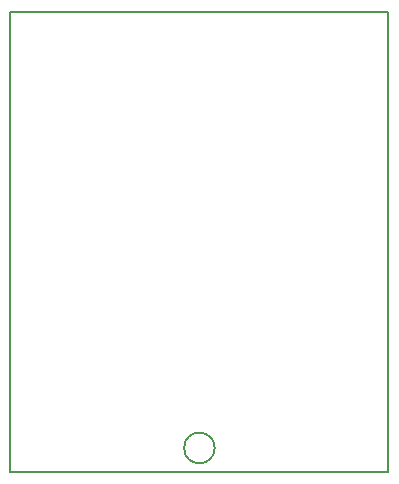
<source format=gbr>
G04 #@! TF.FileFunction,Profile,NP*
%FSLAX46Y46*%
G04 Gerber Fmt 4.6, Leading zero omitted, Abs format (unit mm)*
G04 Created by KiCad (PCBNEW 4.0.2-stable) date 11/04/2017 03:14:14 p.m.*
%MOMM*%
G01*
G04 APERTURE LIST*
%ADD10C,0.100000*%
%ADD11C,0.150000*%
G04 APERTURE END LIST*
D10*
D11*
X157296389Y-156000000D02*
G75*
G03X157296389Y-156000000I-1296389J0D01*
G01*
X140000000Y-158000000D02*
X140000000Y-119120000D01*
X172000000Y-158000000D02*
X140000000Y-158000000D01*
X172000000Y-119120000D02*
X172000000Y-158000000D01*
X140000000Y-119120000D02*
X172000000Y-119120000D01*
M02*

</source>
